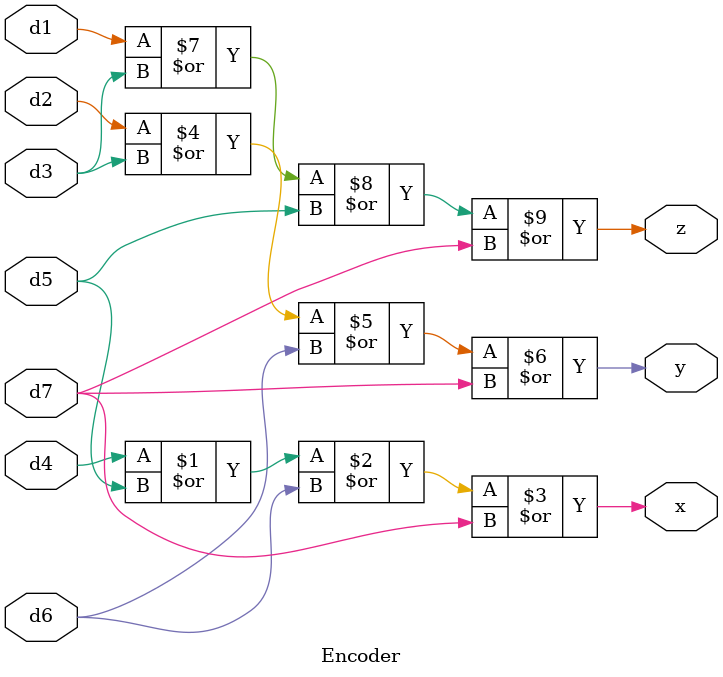
<source format=v>
`timescale 1ns / 1ns

module  Encoder( d1, d2 , d3, d4, d5, d6, d7, x, y, z );
input d1, d2, d3, d4, d5, d6, d7 ;

output x, y, z ;

assign x = d4 | d5 | d6 | d7 ;
assign y = d2 | d3 | d6 | d7 ;
assign z = d1 | d3 | d5 | d7 ;
	
endmodule



</source>
